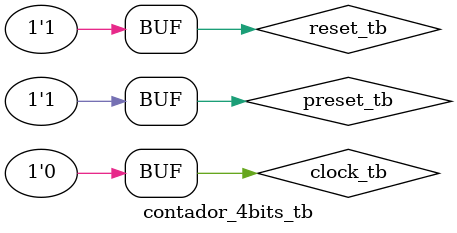
<source format=v>
/*
NOMES: Lara Gama, Mateus Ribeiro, Sulamita Costa
DATA: 10/02/22
PROJETO: Contador síncrono de módulo 10(Testbench)
ENTRADAS: clock, reset, preset

*/


module contador_4bits_tb;
 
	reg clock_tb, reset_tb, preset_tb;
	wire [3:0] Q_tb;

   contador_modulo10 dut(clock_tb, reset_tb, preset_tb, Q_tb);
 
  initial
  
  begin
	reset_tb = 1'b0; preset_tb = 1'b1; clock_tb = 1'b1; #25
	reset_tb = 1'b1; preset_tb = 1'b1; clock_tb = 1'b0; #25
	reset_tb = 1'b1; preset_tb = 1'b1; clock_tb = 1'b1; #25
	reset_tb = 1'b1; preset_tb = 1'b1; clock_tb = 1'b0; #25
	reset_tb = 1'b1; preset_tb = 1'b1; clock_tb = 1'b1; #25
	reset_tb = 1'b1; preset_tb = 1'b1; clock_tb = 1'b0; #25
	reset_tb = 1'b1; preset_tb = 1'b1; clock_tb = 1'b1; #25
	reset_tb = 1'b1; preset_tb = 1'b1; clock_tb = 1'b0; #25
	reset_tb = 1'b1; preset_tb = 1'b1; clock_tb = 1'b1; #25
	reset_tb = 1'b1; preset_tb = 1'b1; clock_tb = 1'b0; #25
	reset_tb = 1'b1; preset_tb = 1'b1; clock_tb = 1'b1; #25
	reset_tb = 1'b1; preset_tb = 1'b1; clock_tb = 1'b0; #25
	reset_tb = 1'b1; preset_tb = 1'b1; clock_tb = 1'b1; #25
	reset_tb = 1'b1; preset_tb = 1'b1; clock_tb = 1'b0; #25
	reset_tb = 1'b1; preset_tb = 1'b1; clock_tb = 1'b1; #25
	reset_tb = 1'b1; preset_tb = 1'b1; clock_tb = 1'b0; #25
	reset_tb = 1'b1; preset_tb = 1'b1; clock_tb = 1'b1; #25
	reset_tb = 1'b1; preset_tb = 1'b1; clock_tb = 1'b0; #25
	reset_tb = 1'b1; preset_tb = 1'b1; clock_tb = 1'b1; #25
	reset_tb = 1'b1; preset_tb = 1'b1; clock_tb = 1'b0; #25
	reset_tb = 1'b1; preset_tb = 1'b1; clock_tb = 1'b1; #25
	reset_tb = 1'b1; preset_tb = 1'b1; clock_tb = 1'b0; #25
	reset_tb = 1'b1; preset_tb = 1'b1; clock_tb = 1'b1; #25
	reset_tb = 1'b1; preset_tb = 1'b1; clock_tb = 1'b0; #25
	reset_tb = 1'b1; preset_tb = 1'b1; clock_tb = 1'b1; #25
	reset_tb = 1'b1; preset_tb = 1'b1; clock_tb = 1'b0; #25
	reset_tb = 1'b1; preset_tb = 1'b1; clock_tb = 1'b1; #25
	reset_tb = 1'b1; preset_tb = 1'b1; clock_tb = 1'b0; #25
	reset_tb = 1'b1; preset_tb = 1'b1; clock_tb = 1'b1; #25
	reset_tb = 1'b1; preset_tb = 1'b1; clock_tb = 1'b0; #25;
end

endmodule

</source>
